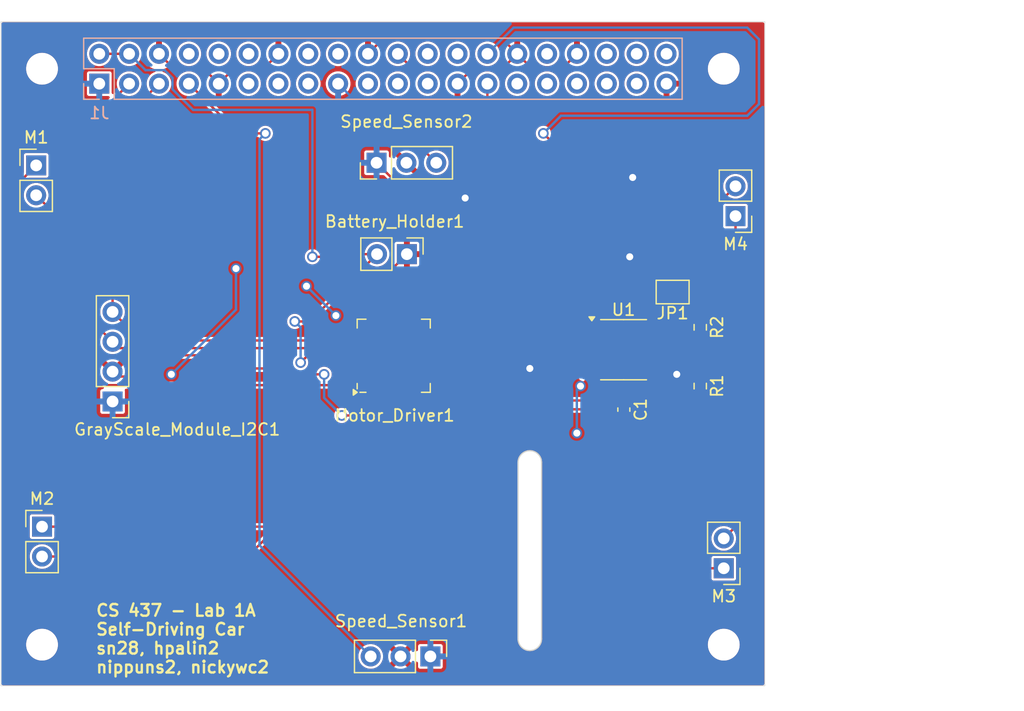
<source format=kicad_pcb>
(kicad_pcb (version 20241229) (generator "pcbnew") (generator_version "9.0")
  (title_block (date "15 nov 2012"))
  (layers (0 "F.Cu" signal) (2 "B.Cu" signal) (13 "F.Paste" user) (15 "B.Paste" user) (5 "F.SilkS" user "F.Silkscreen") (7 "B.SilkS" user "B.Silkscreen") (1 "F.Mask" user) (3 "B.Mask" user) (25 "Edge.Cuts" user))
  (net 0 "")
  (net 1 "GND")
  (net 2 "/GPIO2{slash}SDA1")
  (net 3 "/GPIO3{slash}SCL1")
  (net 4 "/GPIO4{slash}GPCLK0")
  (net 5 "/GPIO14{slash}TXD0")
  (net 6 "/GPIO15{slash}RXD0")
  (net 7 "/GPIO17")
  (net 8 "/GPIO18{slash}PCM.CLK")
  (net 9 "/GPIO27")
  (net 10 "/GPIO22")
  (net 11 "/GPIO23")
  (net 12 "/GPIO24")
  (net 13 "/GPIO10{slash}SPI0.MOSI")
  (net 14 "/GPIO9{slash}SPI0.MISO")
  (net 15 "/GPIO25")
  (net 16 "/GPIO11{slash}SPI0.SCLK")
  (net 17 "/GPIO8{slash}SPI0.CE0")
  (net 18 "/GPIO7{slash}SPI0.CE1")
  (net 19 "/ID_SDA")
  (net 20 "/ID_SCL")
  (net 21 "/GPIO5")
  (net 22 "/GPIO6")
  (net 23 "/GPIO12{slash}PWM0")
  (net 24 "/GPIO13{slash}PWM1")
  (net 25 "/GPIO19{slash}PCM.FS")
  (net 26 "/GPIO16")
  (net 27 "/GPIO26")
  (net 28 "/GPIO20{slash}PCM.DIN")
  (net 29 "/GPIO21{slash}PCM.DOUT")
  (net 30 "+5V")
  (net 31 "+3V3")
  (net 32 "Net-(JP1-A)")
  (net 33 "Net-(M1--)")
  (net 34 "Net-(M1-+)")
  (net 35 "Net-(M2-+)")
  (net 36 "Net-(M2--)")
  (net 37 "Net-(M3-+)")
  (net 38 "Net-(M3--)")
  (net 39 "Net-(M4--)")
  (net 40 "Net-(M4-+)")
  (footprint "MountingHole:MountingHole_2.7mm_M2.5" (layer "F.Cu") (at 161.5 47.5)
    (property "Reference" "MH2" (hide yes))
    (property "Value" "MountingHole_2.7mm_M2.5" (hide yes))
    (pad "" np_thru_hole circle (at 0 0) (size 2.7 2.7) (drill 2.7) (layers "*.Cu" "*.Mask"))
  )
  (footprint "Resistor_SMD:R_0603_1608Metric" (layer "F.Cu") (at 159.5 69.5 -90)
    (property "Reference" "R2" (at 0 -1.43 90) (layer "F.SilkS"))
    (property "Value" "3.9k")
    (fp_line (start -0.237258 0.5225) (end 0.237258 0.5225) (stroke (width 0.12)) (layer "F.SilkS"))
    (fp_line (start -0.237258 -0.5225) (end 0.237258 -0.5225) (stroke (width 0.12)) (layer "F.SilkS"))
    (pad "1" smd roundrect (at -0.825 0 270) (size 0.8 0.95) (layers "F.Cu" "F.Mask" "F.Paste") (net 31 "+3V3"))
    (pad "2" smd roundrect (at 0.825 0 270) (size 0.8 0.95) (layers "F.Cu" "F.Mask" "F.Paste") (net 20 "/ID_SCL"))
  )
  (footprint "Resistor_SMD:R_0603_1608Metric" (layer "F.Cu") (at 159.5 74.5 -90)
    (property "Reference" "R1" (at 0 -1.43 90) (layer "F.SilkS"))
    (property "Value" "3.9k")
    (fp_line (start -0.237258 0.5225) (end 0.237258 0.5225) (stroke (width 0.12)) (layer "F.SilkS"))
    (fp_line (start -0.237258 -0.5225) (end 0.237258 -0.5225) (stroke (width 0.12)) (layer "F.SilkS"))
    (pad "1" smd roundrect (at -0.825 0 270) (size 0.8 0.95) (layers "F.Cu" "F.Mask" "F.Paste") (net 31 "+3V3"))
    (pad "2" smd roundrect (at 0.825 0 270) (size 0.8 0.95) (layers "F.Cu" "F.Mask" "F.Paste") (net 19 "/ID_SDA"))
  )
  (footprint "Connector_PinHeader_2.54mm:PinHeader_1x02_P2.54mm_Vertical" (layer "F.Cu") (at 161.5 90 180)
    (property "Reference" "M3" (at 0 -2.38 0) (layer "F.SilkS"))
    (property "Value" "Motor_DC")
    (fp_line (start 1.38 1.27) (end 1.38 3.92) (stroke (width 0.12)) (layer "F.SilkS"))
    (fp_line (start -1.38 3.92) (end 1.38 3.92) (stroke (width 0.12)) (layer "F.SilkS"))
    (fp_line (start -1.38 1.27) (end 1.38 1.27) (stroke (width 0.12)) (layer "F.SilkS"))
    (fp_line (start -1.38 1.27) (end -1.38 3.92) (stroke (width 0.12)) (layer "F.SilkS"))
    (fp_line (start -1.38 0) (end -1.38 -1.38) (stroke (width 0.12)) (layer "F.SilkS"))
    (fp_line (start -1.38 -1.38) (end 0 -1.38) (stroke (width 0.12)) (layer "F.SilkS"))
    (pad "1" thru_hole rect (at 0 0 180) (size 1.7 1.7) (drill 1) (layers "*.Cu" "*.Mask") (net 37 "Net-(M3-+)"))
    (pad "2" thru_hole circle (at 0 2.54 180) (size 1.7 1.7) (drill 1) (layers "*.Cu" "*.Mask") (net 38 "Net-(M3--)"))
  )
  (footprint "Capacitor_SMD:C_0603_1608Metric" (layer "F.Cu") (at 153 76.5 -90)
    (property "Reference" "C1" (at 0 -1.43 90) (layer "F.SilkS"))
    (property "Value" "100n")
    (fp_line (start -0.14058 0.51) (end 0.14058 0.51) (stroke (width 0.12)) (layer "F.SilkS"))
    (fp_line (start -0.14058 -0.51) (end 0.14058 -0.51) (stroke (width 0.12)) (layer "F.SilkS"))
    (pad "1" smd roundrect (at -0.775 0 270) (size 0.9 0.95) (layers "F.Cu" "F.Mask" "F.Paste") (net 31 "+3V3"))
    (pad "2" smd roundrect (at 0.775 0 270) (size 0.9 0.95) (layers "F.Cu" "F.Mask" "F.Paste") (net 1 "GND"))
  )
  (footprint "Connector_PinHeader_2.54mm:PinHeader_1x03_P2.54mm_Vertical" (layer "F.Cu") (at 136.54 97.5 -90)
    (property "Reference" "Speed_Sensor1" (at -3 2.5 0) (layer "F.SilkS"))
    (property "Value" "Conn_01x03")
    (fp_line (start -1.38 6.46) (end 1.38 6.46) (stroke (width 0.12)) (layer "F.SilkS"))
    (fp_line (start -1.38 1.27) (end -1.38 6.46) (stroke (width 0.12)) (layer "F.SilkS"))
    (fp_line (start -1.38 1.27) (end 1.38 1.27) (stroke (width 0.12)) (layer "F.SilkS"))
    (fp_line (start 1.38 1.27) (end 1.38 6.46) (stroke (width 0.12)) (layer "F.SilkS"))
    (fp_line (start -1.38 0) (end -1.38 -1.38) (stroke (width 0.12)) (layer "F.SilkS"))
    (fp_line (start -1.38 -1.38) (end 0 -1.38) (stroke (width 0.12)) (layer "F.SilkS"))
    (pad "1" thru_hole rect (at 0 0 270) (size 1.7 1.7) (drill 1) (layers "*.Cu" "*.Mask") (net 31 "+3V3"))
    (pad "2" thru_hole circle (at 0 2.54 270) (size 1.7 1.7) (drill 1) (layers "*.Cu" "*.Mask") (net 1 "GND"))
    (pad "3" thru_hole circle (at 0 5.08 270) (size 1.7 1.7) (drill 1) (layers "*.Cu" "*.Mask") (net 4 "/GPIO4{slash}GPCLK0"))
  )
  (footprint "Connector_PinHeader_2.54mm:PinHeader_1x03_P2.54mm_Vertical" (layer "F.Cu") (at 131.96 55.5 90)
    (property "Reference" "Speed_Sensor2" (at 3.5 2.54 0) (layer "F.SilkS"))
    (property "Value" "Conn_01x03")
    (fp_line (start -1.38 -1.38) (end 0 -1.38) (stroke (width 0.12)) (layer "F.SilkS"))
    (fp_line (start -1.38 0) (end -1.38 -1.38) (stroke (width 0.12)) (layer "F.SilkS"))
    (fp_line (start 1.38 1.27) (end 1.38 6.46) (stroke (width 0.12)) (layer "F.SilkS"))
    (fp_line (start -1.38 1.27) (end 1.38 1.27) (stroke (width 0.12)) (layer "F.SilkS"))
    (fp_line (start -1.38 1.27) (end -1.38 6.46) (stroke (width 0.12)) (layer "F.SilkS"))
    (fp_line (start -1.38 6.46) (end 1.38 6.46) (stroke (width 0.12)) (layer "F.SilkS"))
    (pad "1" thru_hole rect (at 0 0 90) (size 1.7 1.7) (drill 1) (layers "*.Cu" "*.Mask") (net 31 "+3V3"))
    (pad "2" thru_hole circle (at 0 2.54 90) (size 1.7 1.7) (drill 1) (layers "*.Cu" "*.Mask") (net 1 "GND"))
    (pad "3" thru_hole circle (at 0 5.08 90) (size 1.7 1.7) (drill 1) (layers "*.Cu" "*.Mask") (net 15 "/GPIO25"))
  )
  (footprint "Package_DFN_QFN:QFN-28-1EP_6x6mm_P0.65mm_EP4.25x4.25mm" (layer "F.Cu") (at 133.42 71.92 90)
    (property "Reference" "Motor_Driver1" (at -5.08 0.08 180) (layer "F.SilkS"))
    (property "Value" "PCA9685BS")
    (fp_line (start 3.11 -3.11) (end 3.11 -2.36) (stroke (width 0.12)) (layer "F.SilkS"))
    (fp_line (start 2.36 -3.11) (end 3.11 -3.11) (stroke (width 0.12)) (layer "F.SilkS"))
    (fp_line (start -2.36 -3.11) (end -2.81 -3.11) (stroke (width 0.12)) (layer "F.SilkS"))
    (fp_line (start -3.11 -2.36) (end -3.11 -2.87) (stroke (width 0.12)) (layer "F.SilkS"))
    (fp_line (start 3.11 3.11) (end 3.11 2.36) (stroke (width 0.12)) (layer "F.SilkS"))
    (fp_line (start 2.36 3.11) (end 3.11 3.11) (stroke (width 0.12)) (layer "F.SilkS"))
    (fp_line (start -2.36 3.11) (end -3.11 3.11) (stroke (width 0.12)) (layer "F.SilkS"))
    (fp_line (start -3.11 3.11) (end -3.11 2.36) (stroke (width 0.12)) (layer "F.SilkS"))
    (fp_poly (pts (xy -3.11 -3.11) (xy -3.35 -3.44) (xy -2.87 -3.44)) (stroke (width 0.12)) (fill yes) (layer "F.SilkS"))
    (pad "1" smd roundrect (at -2.8375 -1.95 90) (size 1.025 0.3) (layers "F.Cu" "F.Mask" "F.Paste") (net 1 "GND"))
    (pad "2" smd roundrect (at -2.8375 -1.3 90) (size 1.025 0.3) (layers "F.Cu" "F.Mask" "F.Paste") (net 1 "GND"))
    (pad "3" smd roundrect (at -2.8375 -0.65 90) (size 1.025 0.3) (layers "F.Cu" "F.Mask" "F.Paste") (net 34 "Net-(M1-+)"))
    (pad "4" smd roundrect (at -2.8375 0 90) (size 1.025 0.3) (layers "F.Cu" "F.Mask" "F.Paste") (net 33 "Net-(M1--)"))
    (pad "5" smd roundrect (at -2.8375 0.65 90) (size 1.025 0.3) (layers "F.Cu" "F.Mask" "F.Paste") (net 35 "Net-(M2-+)"))
    (pad "6" smd roundrect (at -2.8375 1.3 90) (size 1.025 0.3) (layers "F.Cu" "F.Mask" "F.Paste") (net 36 "Net-(M2--)"))
    (pad "7" smd roundrect (at -2.8375 1.95 90) (size 1.025 0.3) (layers "F.Cu" "F.Mask" "F.Paste") (net 37 "Net-(M3-+)"))
    (pad "8" smd roundrect (at -1.95 2.8375 90) (size 0.3 1.025) (layers "F.Cu" "F.Mask" "F.Paste") (net 38 "Net-(M3--)"))
    (pad "9" smd roundrect (at -1.3 2.8375 90) (size 0.3 1.025) (layers "F.Cu" "F.Mask" "F.Paste") (net 40 "Net-(M4-+)"))
    (pad "10" smd roundrect (at -0.65 2.8375 90) (size 0.3 1.025) (layers "F.Cu" "F.Mask" "F.Paste") (net 39 "Net-(M4--)"))
    (pad "11" smd roundrect (at 0 2.8375 90) (size 0.3 1.025) (layers "F.Cu" "F.Mask" "F.Paste") (net 1 "GND"))
    (pad "12" smd roundrect (at 0.65 2.8375 90) (size 0.3 1.025) (layers "F.Cu" "F.Mask" "F.Paste"))
    (pad "13" smd roundrect (at 1.3 2.8375 90) (size 0.3 1.025) (layers "F.Cu" "F.Mask" "F.Paste"))
    (pad "14" smd roundrect (at 1.95 2.8375 90) (size 0.3 1.025) (layers "F.Cu" "F.Mask" "F.Paste"))
    (pad "15" smd roundrect (at 2.8375 1.95 90) (size 1.025 0.3) (layers "F.Cu" "F.Mask" "F.Paste"))
    (pad "16" smd roundrect (at 2.8375 1.3 90) (size 1.025 0.3) (layers "F.Cu" "F.Mask" "F.Paste"))
    (pad "17" smd roundrect (at 2.8375 0.65 90) (size 1.025 0.3) (layers "F.Cu" "F.Mask" "F.Paste"))
    (pad "18" smd roundrect (at 2.8375 0 90) (size 1.025 0.3) (layers "F.Cu" "F.Mask" "F.Paste"))
    (pad "19" smd roundrect (at 2.8375 -0.65 90) (size 1.025 0.3) (layers "F.Cu" "F.Mask" "F.Paste"))
    (pad "20" smd roundrect (at 2.8375 -1.3 90) (size 1.025 0.3) (layers "F.Cu" "F.Mask" "F.Paste") (net 1 "GND"))
    (pad "21" smd roundrect (at 2.8375 -1.95 90) (size 1.025 0.3) (layers "F.Cu" "F.Mask" "F.Paste") (net 1 "GND"))
    (pad "22" smd roundrect (at 1.95 -2.8375 90) (size 0.3 1.025) (layers "F.Cu" "F.Mask" "F.Paste"))
    (pad "23" smd roundrect (at 1.3 -2.8375 90) (size 0.3 1.025) (layers "F.Cu" "F.Mask" "F.Paste") (net 3 "/GPIO3{slash}SCL1"))
    (pad "24" smd roundrect (at 0.65 -2.8375 90) (size 0.3 1.025) (layers "F.Cu" "F.Mask" "F.Paste") (net 2 "/GPIO2{slash}SDA1"))
    (pad "25" smd roundrect (at 0 -2.8375 90) (size 0.3 1.025) (layers "F.Cu" "F.Mask" "F.Paste") (net 30 "+5V"))
    (pad "26" smd roundrect (at -0.65 -2.8375 90) (size 0.3 1.025) (layers "F.Cu" "F.Mask" "F.Paste") (net 1 "GND"))
    (pad "27" smd roundrect (at -1.3 -2.8375 90) (size 0.3 1.025) (layers "F.Cu" "F.Mask" "F.Paste") (net 1 "GND"))
    (pad "28" smd roundrect (at -1.95 -2.8375 90) (size 0.3 1.025) (layers "F.Cu" "F.Mask" "F.Paste") (net 1 "GND"))
    (pad "29" smd rect (at 0 0 90) (size 4.25 4.25) (property pad_prop_heatsink) (layers "F.Cu" "F.Mask") (net 1 "GND"))
  )
  (footprint "Connector_PinHeader_2.54mm:PinHeader_1x02_P2.54mm_Vertical" (layer "F.Cu") (at 134.54 63.275 -90)
    (property "Reference" "Battery_Holder1" (at -2.775 1.04 0) (layer "F.SilkS"))
    (property "Value" "Conn_01x02")
    (fp_line (start -1.38 3.92) (end 1.38 3.92) (stroke (width 0.12)) (layer "F.SilkS"))
    (fp_line (start -1.38 1.27) (end -1.38 3.92) (stroke (width 0.12)) (layer "F.SilkS"))
    (fp_line (start -1.38 1.27) (end 1.38 1.27) (stroke (width 0.12)) (layer "F.SilkS"))
    (fp_line (start 1.38 1.27) (end 1.38 3.92) (stroke (width 0.12)) (layer "F.SilkS"))
    (fp_line (start -1.38 0) (end -1.38 -1.38) (stroke (width 0.12)) (layer "F.SilkS"))
    (fp_line (start -1.38 -1.38) (end 0 -1.38) (stroke (width 0.12)) (layer "F.SilkS"))
    (pad "1" thru_hole rect (at 0 0 270) (size 1.7 1.7) (drill 1) (layers "*.Cu" "*.Mask") (net 1 "GND"))
    (pad "2" thru_hole circle (at 0 2.54 270) (size 1.7 1.7) (drill 1) (layers "*.Cu" "*.Mask") (net 30 "+5V"))
  )
  (footprint "MountingHole:MountingHole_2.7mm_M2.5" (layer "F.Cu") (at 103.5 96.5)
    (property "Reference" "MH3" (hide yes))
    (property "Value" "MountingHole_2.7mm_M2.5" (hide yes))
    (pad "" np_thru_hole circle (at 0 0) (size 2.7 2.7) (drill 2.7) (layers "*.Cu" "*.Mask"))
  )
  (footprint "Connector_PinHeader_2.54mm:PinHeader_1x04_P2.54mm_Vertical" (layer "F.Cu") (at 109.5 75.81 180)
    (property "Reference" "GrayScale_Module_I2C1" (at -5.5 -2.38 0) (layer "F.SilkS"))
    (property "Value" "Conn_01x04")
    (fp_line (start 1.38 1.27) (end 1.38 9) (stroke (width 0.12)) (layer "F.SilkS"))
    (fp_line (start -1.38 9) (end 1.38 9) (stroke (width 0.12)) (layer "F.SilkS"))
    (fp_line (start -1.38 1.27) (end 1.38 1.27) (stroke (width 0.12)) (layer "F.SilkS"))
    (fp_line (start -1.38 1.27) (end -1.38 9) (stroke (width 0.12)) (layer "F.SilkS"))
    (fp_line (start -1.38 0) (end -1.38 -1.38) (stroke (width 0.12)) (layer "F.SilkS"))
    (fp_line (start -1.38 -1.38) (end 0 -1.38) (stroke (width 0.12)) (layer "F.SilkS"))
    (pad "1" thru_hole rect (at 0 0 180) (size 1.7 1.7) (drill 1) (layers "*.Cu" "*.Mask") (net 31 "+3V3"))
    (pad "2" thru_hole circle (at 0 2.54 180) (size 1.7 1.7) (drill 1) (layers "*.Cu" "*.Mask") (net 1 "GND"))
    (pad "3" thru_hole circle (at 0 5.08 180) (size 1.7 1.7) (drill 1) (layers "*.Cu" "*.Mask") (net 2 "/GPIO2{slash}SDA1"))
    (pad "4" thru_hole circle (at 0 7.62 180) (size 1.7 1.7) (drill 1) (layers "*.Cu" "*.Mask") (net 3 "/GPIO3{slash}SCL1"))
  )
  (footprint "MountingHole:MountingHole_2.7mm_M2.5" (layer "F.Cu") (at 103.5 47.5)
    (property "Reference" "MH1" (hide yes))
    (property "Value" "MountingHole_2.7mm_M2.5" (hide yes))
    (pad "" np_thru_hole circle (at 0 0) (size 2.7 2.7) (drill 2.7) (layers "*.Cu" "*.Mask"))
  )
  (footprint "Connector_PinHeader_2.54mm:PinHeader_1x02_P2.54mm_Vertical" (layer "F.Cu") (at 103.5 86.46)
    (property "Reference" "M2" (at 0 -2.38 0) (layer "F.SilkS"))
    (property "Value" "Motor_DC")
    (fp_line (start -1.38 -1.38) (end 0 -1.38) (stroke (width 0.12)) (layer "F.SilkS"))
    (fp_line (start -1.38 0) (end -1.38 -1.38) (stroke (width 0.12)) (layer "F.SilkS"))
    (fp_line (start -1.38 1.27) (end -1.38 3.92) (stroke (width 0.12)) (layer "F.SilkS"))
    (fp_line (start -1.38 1.27) (end 1.38 1.27) (stroke (width 0.12)) (layer "F.SilkS"))
    (fp_line (start -1.38 3.92) (end 1.38 3.92) (stroke (width 0.12)) (layer "F.SilkS"))
    (fp_line (start 1.38 1.27) (end 1.38 3.92) (stroke (width 0.12)) (layer "F.SilkS"))
    (pad "1" thru_hole rect (at 0 0) (size 1.7 1.7) (drill 1) (layers "*.Cu" "*.Mask") (net 35 "Net-(M2-+)"))
    (pad "2" thru_hole circle (at 0 2.54) (size 1.7 1.7) (drill 1) (layers "*.Cu" "*.Mask") (net 36 "Net-(M2--)"))
  )
  (footprint "MountingHole:MountingHole_2.7mm_M2.5" (layer "F.Cu") (at 161.5 96.5)
    (property "Reference" "MH4" (hide yes))
    (property "Value" "MountingHole_2.7mm_M2.5" (hide yes))
    (pad "" np_thru_hole circle (at 0 0) (size 2.7 2.7) (drill 2.7) (layers "*.Cu" "*.Mask"))
  )
  (footprint "Jumper:SolderJumper-2_P1.3mm_Open_Pad1.0x1.5mm" (layer "F.Cu") (at 157.15 66.5 180)
    (property "Reference" "JP1" (at 0 -1.8 0) (layer "F.SilkS"))
    (property "Value" "ID_WP")
    (fp_line (start 1.4 1) (end -1.4 1) (stroke (width 0.12)) (layer "F.SilkS"))
    (fp_line (start 1.4 -1) (end 1.4 1) (stroke (width 0.12)) (layer "F.SilkS"))
    (fp_line (start -1.4 1) (end -1.4 -1) (stroke (width 0.12)) (layer "F.SilkS"))
    (fp_line (start -1.4 -1) (end 1.4 -1) (stroke (width 0.12)) (layer "F.SilkS"))
    (pad "1" smd rect (at -0.65 0 180) (size 1 1.5) (layers "F.Cu" "F.Mask") (net 32 "Net-(JP1-A)"))
    (pad "2" smd rect (at 0.65 0 180) (size 1 1.5) (layers "F.Cu" "F.Mask") (net 31 "+3V3"))
  )
  (footprint "Package_SO:SOIC-8_3.9x4.9mm_P1.27mm" (layer "F.Cu") (at 152.975 71.405)
    (property "Reference" "U1" (at 0 -3.4 0) (layer "F.SilkS"))
    (property "Value" "CAT24C256")
    (fp_line (start 0 -2.56) (end -1.95 -2.56) (stroke (width 0.12)) (layer "F.SilkS"))
    (fp_line (start 0 -2.56) (end 1.95 -2.56) (stroke (width 0.12)) (layer "F.SilkS"))
    (fp_line (start 0 2.56) (end -1.95 2.56) (stroke (width 0.12)) (layer "F.SilkS"))
    (fp_line (start 0 2.56) (end 1.95 2.56) (stroke (width 0.12)) (layer "F.SilkS"))
    (fp_poly (pts (xy -2.7 -2.465) (xy -2.94 -2.795) (xy -2.46 -2.795)) (stroke (width 0.12)) (fill yes) (layer "F.SilkS"))
    (pad "1" smd roundrect (at -2.475 -1.905) (size 1.95 0.6) (layers "F.Cu" "F.Mask" "F.Paste"))
    (pad "2" smd roundrect (at -2.475 -0.635) (size 1.95 0.6) (layers "F.Cu" "F.Mask" "F.Paste"))
    (pad "3" smd roundrect (at -2.475 0.635) (size 1.95 0.6) (layers "F.Cu" "F.Mask" "F.Paste"))
    (pad "4" smd roundrect (at -2.475 1.905) (size 1.95 0.6) (layers "F.Cu" "F.Mask" "F.Paste") (net 1 "GND"))
    (pad "5" smd roundrect (at 2.475 1.905) (size 1.95 0.6) (layers "F.Cu" "F.Mask" "F.Paste") (net 19 "/ID_SDA"))
    (pad "6" smd roundrect (at 2.475 0.635) (size 1.95 0.6) (layers "F.Cu" "F.Mask" "F.Paste") (net 20 "/ID_SCL"))
    (pad "7" smd roundrect (at 2.475 -0.635) (size 1.95 0.6) (layers "F.Cu" "F.Mask" "F.Paste") (net 32 "Net-(JP1-A)"))
    (pad "8" smd roundrect (at 2.475 -1.905) (size 1.95 0.6) (layers "F.Cu" "F.Mask" "F.Paste") (net 31 "+3V3"))
  )
  (footprint "Connector_PinHeader_2.54mm:PinHeader_1x02_P2.54mm_Vertical" (layer "F.Cu") (at 103 55.725)
    (property "Reference" "M1" (at 0 -2.38 0) (layer "F.SilkS"))
    (property "Value" "Motor_DC")
    (fp_line (start -1.38 -1.38) (end 0 -1.38) (stroke (width 0.12)) (layer "F.SilkS"))
    (fp_line (start -1.38 0) (end -1.38 -1.38) (stroke (width 0.12)) (layer "F.SilkS"))
    (fp_line (start -1.38 1.27) (end -1.38 3.92) (stroke (width 0.12)) (layer "F.SilkS"))
    (fp_line (start -1.38 1.27) (end 1.38 1.27) (stroke (width 0.12)) (layer "F.SilkS"))
    (fp_line (start -1.38 3.92) (end 1.38 3.92) (stroke (width 0.12)) (layer "F.SilkS"))
    (fp_line (start 1.38 1.27) (end 1.38 3.92) (stroke (width 0.12)) (layer "F.SilkS"))
    (pad "1" thru_hole rect (at 0 0) (size 1.7 1.7) (drill 1) (layers "*.Cu" "*.Mask") (net 34 "Net-(M1-+)"))
    (pad "2" thru_hole circle (at 0 2.54) (size 1.7 1.7) (drill 1) (layers "*.Cu" "*.Mask") (net 33 "Net-(M1--)"))
  )
  (footprint "Connector_PinHeader_2.54mm:PinHeader_1x02_P2.54mm_Vertical" (layer "F.Cu") (at 162.5 60.04 180)
    (property "Reference" "M4" (at 0 -2.38 0) (layer "F.SilkS"))
    (property "Value" "Motor_DC")
    (fp_line (start 1.38 1.27) (end 1.38 3.92) (stroke (width 0.12)) (layer "F.SilkS"))
    (fp_line (start -1.38 3.92) (end 1.38 3.92) (stroke (width 0.12)) (layer "F.SilkS"))
    (fp_line (start -1.38 1.27) (end 1.38 1.27) (stroke (width 0.12)) (layer "F.SilkS"))
    (fp_line (start -1.38 1.27) (end -1.38 3.92) (stroke (width 0.12)) (layer "F.SilkS"))
    (fp_line (start -1.38 0) (end -1.38 -1.38) (stroke (width 0.12)) (layer "F.SilkS"))
    (fp_line (start -1.38 -1.38) (end 0 -1.38) (stroke (width 0.12)) (layer "F.SilkS"))
    (pad "1" thru_hole rect (at 0 0 180) (size 1.7 1.7) (drill 1) (layers "*.Cu" "*.Mask") (net 40 "Net-(M4-+)"))
    (pad "2" thru_hole circle (at 0 2.54 180) (size 1.7 1.7) (drill 1) (layers "*.Cu" "*.Mask") (net 39 "Net-(M4--)"))
  )
  (footprint "Connector_PinSocket_2.54mm:PinSocket_2x20_P2.54mm_Vertical" (layer "B.Cu") (at 108.37 48.77 -90)
    (property "Reference" "J1" (at 2.5 0 0) (layer "B.SilkS") (effects (justify mirror)))
    (property "Value" "GPIO")
    (fp_line (start -3.87 1.33) (end -1.27 1.33) (stroke (width 0.12)) (layer "B.SilkS"))
    (fp_line (start -3.87 1.33) (end -3.87 -49.59) (stroke (width 0.12)) (layer "B.SilkS"))
    (fp_line (start -1.27 1.33) (end -1.27 -1.27) (stroke (width 0.12)) (layer "B.SilkS"))
    (fp_line (start 0 1.33) (end 1.33 1.33) (stroke (width 0.12)) (layer "B.SilkS"))
    (fp_line (start 1.33 1.33) (end 1.33 0) (stroke (width 0.12)) (layer "B.SilkS"))
    (fp_line (start -1.27 -1.27) (end 1.33 -1.27) (stroke (width 0.12)) (layer "B.SilkS"))
    (fp_line (start 1.33 -1.27) (end 1.33 -49.59) (stroke (width 0.12)) (layer "B.SilkS"))
    (fp_line (start -3.87 -49.59) (end 1.33 -49.59) (stroke (width 0.12)) (layer "B.SilkS"))
    (pad "1" thru_hole rect (at 0 0 270) (size 1.7 1.7) (drill 1) (layers "*.Cu" "*.Mask") (net 31 "+3V3"))
    (pad "2" thru_hole oval (at -2.54 0 270) (size 1.7 1.7) (drill 1) (layers "*.Cu" "*.Mask") (net 30 "+5V"))
    (pad "3" thru_hole oval (at 0 -2.54 270) (size 1.7 1.7) (drill 1) (layers "*.Cu" "*.Mask") (net 2 "/GPIO2{slash}SDA1"))
    (pad "4" thru_hole oval (at -2.54 -2.54 270) (size 1.7 1.7) (drill 1) (layers "*.Cu" "*.Mask") (net 30 "+5V"))
    (pad "5" thru_hole oval (at 0 -5.08 270) (size 1.7 1.7) (drill 1) (layers "*.Cu" "*.Mask") (net 3 "/GPIO3{slash}SCL1"))
    (pad "6" thru_hole oval (at -2.54 -5.08 270) (size 1.7 1.7) (drill 1) (layers "*.Cu" "*.Mask") (net 1 "GND"))
    (pad "7" thru_hole oval (at 0 -7.62 270) (size 1.7 1.7) (drill 1) (layers "*.Cu" "*.Mask") (net 4 "/GPIO4{slash}GPCLK0"))
    (pad "8" thru_hole oval (at -2.54 -7.62 270) (size 1.7 1.7) (drill 1) (layers "*.Cu" "*.Mask") (net 5 "/GPIO14{slash}TXD0"))
    (pad "9" thru_hole oval (at 0 -10.16 270) (size 1.7 1.7) (drill 1) (layers "*.Cu" "*.Mask") (net 1 "GND"))
    (pad "10" thru_hole oval (at -2.54 -10.16 270) (size 1.7 1.7) (drill 1) (layers "*.Cu" "*.Mask") (net 6 "/GPIO15{slash}RXD0"))
    (pad "11" thru_hole oval (at 0 -12.7 270) (size 1.7 1.7) (drill 1) (layers "*.Cu" "*.Mask") (net 7 "/GPIO17"))
    (pad "12" thru_hole oval (at -2.54 -12.7 270) (size 1.7 1.7) (drill 1) (layers "*.Cu" "*.Mask") (net 8 "/GPIO18{slash}PCM.CLK"))
    (pad "13" thru_hole oval (at 0 -15.24 270) (size 1.7 1.7) (drill 1) (layers "*.Cu" "*.Mask") (net 9 "/GPIO27"))
    (pad "14" thru_hole oval (at -2.54 -15.24 270) (size 1.7 1.7) (drill 1) (layers "*.Cu" "*.Mask") (net 1 "GND"))
    (pad "15" thru_hole oval (at 0 -17.78 270) (size 1.7 1.7) (drill 1) (layers "*.Cu" "*.Mask") (net 10 "/GPIO22"))
    (pad "16" thru_hole oval (at -2.54 -17.78 270) (size 1.7 1.7) (drill 1) (layers "*.Cu" "*.Mask") (net 11 "/GPIO23"))
    (pad "17" thru_hole oval (at 0 -20.32 270) (size 1.7 1.7) (drill 1) (layers "*.Cu" "*.Mask") (net 31 "+3V3"))
    (pad "18" thru_hole oval (at -2.54 -20.32 270) (size 1.7 1.7) (drill 1) (layers "*.Cu" "*.Mask") (net 12 "/GPIO24"))
    (pad "19" thru_hole oval (at 0 -22.86 270) (size 1.7 1.7) (drill 1) (layers "*.Cu" "*.Mask") (net 13 "/GPIO10{slash}SPI0.MOSI"))
    (pad "20" thru_hole oval (at -2.54 -22.86 270) (size 1.7 1.7) (drill 1) (layers "*.Cu" "*.Mask") (net 1 "GND"))
    (pad "21" thru_hole oval (at 0 -25.4 270) (size 1.7 1.7) (drill 1) (layers "*.Cu" "*.Mask") (net 14 "/GPIO9{slash}SPI0.MISO"))
    (pad "22" thru_hole oval (at -2.54 -25.4 270) (size 1.7 1.7) (drill 1) (layers "*.Cu" "*.Mask") (net 15 "/GPIO25"))
    (pad "23" thru_hole oval (at 0 -27.94 270) (size 1.7 1.7) (drill 1) (layers "*.Cu" "*.Mask") (net 16 "/GPIO11{slash}SPI0.SCLK"))
    (pad "24" thru_hole oval (at -2.54 -27.94 270) (size 1.7 1.7) (drill 1) (layers "*.Cu" "*.Mask") (net 17 "/GPIO8{slash}SPI0.CE0"))
    (pad "25" thru_hole oval (at 0 -30.48 270) (size 1.7 1.7) (drill 1) (layers "*.Cu" "*.Mask") (net 1 "GND"))
    (pad "26" thru_hole oval (at -2.54 -30.48 270) (size 1.7 1.7) (drill 1) (layers "*.Cu" "*.Mask") (net 18 "/GPIO7{slash}SPI0.CE1"))
    (pad "27" thru_hole oval (at 0 -33.02 270) (size 1.7 1.7) (drill 1) (layers "*.Cu" "*.Mask") (net 19 "/ID_SDA"))
    (pad "28" thru_hole oval (at -2.54 -33.02 270) (size 1.7 1.7) (drill 1) (layers "*.Cu" "*.Mask") (net 20 "/ID_SCL"))
    (pad "29" thru_hole oval (at 0 -35.56 270) (size 1.7 1.7) (drill 1) (layers "*.Cu" "*.Mask") (net 21 "/GPIO5"))
    (pad "30" thru_hole oval (at -2.54 -35.56 270) (size 1.7 1.7) (drill 1) (layers "*.Cu" "*.Mask") (net 1 "GND"))
    (pad "31" thru_hole oval (at 0 -38.1 270) (size 1.7 1.7) (drill 1) (layers "*.Cu" "*.Mask") (net 22 "/GPIO6"))
    (pad "32" thru_hole oval (at -2.54 -38.1 270) (size 1.7 1.7) (drill 1) (layers "*.Cu" "*.Mask") (net 23 "/GPIO12{slash}PWM0"))
    (pad "33" thru_hole oval (at 0 -40.64 270) (size 1.7 1.7) (drill 1) (layers "*.Cu" "*.Mask") (net 24 "/GPIO13{slash}PWM1"))
    (pad "34" thru_hole oval (at -2.54 -40.64 270) (size 1.7 1.7) (drill 1) (layers "*.Cu" "*.Mask") (net 1 "GND"))
    (pad "35" thru_hole oval (at 0 -43.18 270) (size 1.7 1.7) (drill 1) (layers "*.Cu" "*.Mask") (net 25 "/GPIO19{slash}PCM.FS"))
    (pad "36" thru_hole oval (at -2.54 -43.18 270) (size 1.7 1.7) (drill 1) (layers "*.Cu" "*.Mask") (net 26 "/GPIO16"))
    (pad "37" thru_hole oval (at 0 -45.72 270) (size 1.7 1.7) (drill 1) (layers "*.Cu" "*.Mask") (net 27 "/GPIO26"))
    (pad "38" thru_hole oval (at -2.54 -45.72 270) (size 1.7 1.7) (drill 1) (layers "*.Cu" "*.Mask") (net 28 "/GPIO20{slash}PCM.DIN"))
    (pad "39" thru_hole oval (at 0 -48.26 270) (size 1.7 1.7) (drill 1) (layers "*.Cu" "*.Mask") (net 1 "GND"))
    (pad "40" thru_hole oval (at -2.54 -48.26 270) (size 1.7 1.7) (drill 1) (layers "*.Cu" "*.Mask") (net 29 "/GPIO21{slash}PCM.DOUT"))
  )
  (gr_rect (start 100 43.5) (end 165 100) (stroke (width 0.05)) (fill no) (layer "Edge.Cuts"))
  (gr_line (start 146 81) (end 146 96) (stroke (width 0.1)) (layer "Edge.Cuts"))
  (gr_line (start 144 96) (end 144 81) (stroke (width 0.1)) (layer "Edge.Cuts"))
  (gr_arc (start 144 81) (mid 145 80) (end 146 81) (stroke (width 0.1)) (layer "Edge.Cuts"))
  (gr_arc (start 146 96) (mid 145 97) (end 144 96) (stroke (width 0.1)) (layer "Edge.Cuts"))
  (gr_text "CS 437 - Lab 1A\nSelf-Driving Car\nsn28, hpalin2\nnippuns2, nickywc2" (at 108 99 0) (layer "F.SilkS") (effects (font (size 1 1) (thickness 0.2) (bold yes)) (justify left bottom)))
  (segment (start 132.12 74.7575) (end 131.47 74.7575) (width 0.2) (layer "F.Cu") (net 1))
  (segment (start 150.5 73.31) (end 149.31 74.5) (width 0.2) (layer "F.Cu") (net 1))
  (segment (start 129.315 68.5) (end 134.54 63.275) (width 0.2) (layer "F.Cu") (net 1))
  (segment (start 109.5 73.27) (end 109.9178 73.6878) (width 0.2) (layer "F.Cu") (net 1))
  (segment (start 109.9178 73.6878) (end 114.3122 73.6878) (width 0.2) (layer "F.Cu") (net 1))
  (segment (start 143.93 46.23) (end 145.081 47.381) (width 0.2) (layer "F.Cu") (net 1))
  (segment (start 120 64.5) (end 124.5 64.5) (width 0.2) (layer "F.Cu") (net 1))
  (segment (start 145.081 47.381) (end 147.859 47.381) (width 0.2) (layer "F.Cu") (net 1))
  (segment (start 124.5 64.5) (end 126 66) (width 0.2) (layer "F.Cu") (net 1))
  (segment (start 142.779 45.079) (end 143.93 46.23) (width 0.2) (layer "F.Cu") (net 1))
  (segment (start 149 78.5) (end 150.225 77.275) (width 0.2) (layer "F.Cu") (net 1))
  (segment (start 117.26 47.5) (end 114.72 47.5) (width 0.2) (layer "F.Cu") (net 1))
  (segment (start 150.225 77.275) (end 153 77.275) (width 0.2) (layer "F.Cu") (net 1))
  (segment (start 114.72 47.5) (end 113.45 46.23) (width 0.2) (layer "F.Cu") (net 1))
  (segment (start 114.3122 73.6878) (end 114.5 73.5) (width 0.2) (layer "F.Cu") (net 1))
  (segment (start 140.001 47.619) (end 142.541 47.619) (width 0.2) (layer "F.Cu") (net 1))
  (segment (start 119.919 47.381) (end 122.459 47.381) (width 0.2) (layer "F.Cu") (net 1))
  (segment (start 128.5 68.5) (end 129.315 68.5) (width 0.2) (layer "F.Cu") (net 1))
  (segment (start 132.381 45.079) (end 142.779 45.079) (width 0.2) (layer "F.Cu") (net 1))
  (segment (start 138.85 48.77) (end 140.001 47.619) (width 0.2) (layer "F.Cu") (net 1))
  (segment (start 142.541 47.619) (end 143.93 46.23) (width 0.2) (layer "F.Cu") (net 1))
  (segment (start 131.23 46.23) (end 132.381 45.079) (width 0.2) (layer "F.Cu") (net 1))
  (segment (start 122.459 47.381) (end 123.61 46.23) (width 0.2) (layer "F.Cu") (net 1))
  (segment (start 118.53 48.77) (end 117.26 47.5) (width 0.2) (layer "F.Cu") (net 1))
  (segment (start 130.5825 73.87) (end 130.5825 73.22) (width 0.2) (layer "F.Cu") (net 1))
  (segment (start 147.859 47.381) (end 149.01 46.23) (width 0.2) (layer "F.Cu") (net 1))
  (segment (start 118.53 48.77) (end 119.919 47.381) (width 0.2) (layer "F.Cu") (net 1))
  (via (at 149.31 74.5) (size 0.9) (drill 0.6) (layers "F.Cu" "B.Cu") (net 1))
  (via (at 114.5 73.5) (size 0.9) (drill 0.6) (layers "F.Cu" "B.Cu") (net 1))
  (via (at 120 64.5) (size 0.9) (drill 0.6) (layers "F.Cu" "B.Cu") (net 1))
  (via (at 128.5 68.5) (size 0.9) (drill 0.6) (layers "F.Cu" "B.Cu") (net 1))
  (via (at 126 66) (size 0.9) (drill 0.6) (layers "F.Cu" "B.Cu") (net 1))
  (via (at 149 78.5) (size 0.9) (drill 0.6) (layers "F.Cu" "B.Cu") (net 1))
  (segment (start 149.31 74.5) (end 149 74.81) (width 0.2) (layer "B.Cu") (net 1))
  (segment (start 149 74.81) (end 149 78.5) (width 0.2) (layer "B.Cu") (net 1))
  (segment (start 114.5 73.5) (end 120 68) (width 0.2) (layer "B.Cu") (net 1))
  (segment (start 126 66) (end 128.5 68.5) (width 0.2) (layer "B.Cu") (net 1))
  (segment (start 120 68) (end 120 64.5) (width 0.2) (layer "B.Cu") (net 1))
  (segment (start 110.04 71.27) (end 130.5825 71.27) (width 0.2) (layer "F.Cu") (net 2))
  (segment (start 109.5 70.73) (end 110.04 71.27) (width 0.2) (layer "F.Cu") (net 2))
  (segment (start 108.349 51.331) (end 108.349 69.579) (width 0.2) (layer "F.Cu") (net 2))
  (segment (start 110.91 48.77) (end 108.349 51.331) (width 0.2) (layer "F.Cu") (net 2))
  (segment (start 108.349 69.579) (end 109.5 70.73) (width 0.2) (layer "F.Cu") (net 2))
  (segment (start 109.5 68.19) (end 111.93 70.62) (width 0.2) (layer "F.Cu") (net 3))
  (segment (start 109.5 52.72) (end 109.5 68.19) (width 0.2) (layer "F.Cu") (net 3))
  (segment (start 113.45 48.77) (end 109.5 52.72) (width 0.2) (layer "F.Cu") (net 3))
  (segment (start 111.93 70.62) (end 130.5825 70.62) (width 0.2) (layer "F.Cu") (net 3))
  (segment (start 122.5 53) (end 120.22 53) (width 0.2) (layer "F.Cu") (net 4))
  (segment (start 120.22 53) (end 115.99 48.77) (width 0.2) (layer "F.Cu") (net 4))
  (via (at 122.5 53) (size 0.9) (drill 0.6) (layers "F.Cu" "B.Cu") (net 4))
  (segment (start 122 53.5) (end 122.5 53) (width 0.2) (layer "B.Cu") (net 4))
  (segment (start 122 88.04) (end 122 55.5) (width 0.2) (layer "B.Cu") (net 4))
  (segment (start 131.46 97.5) (end 122 88.04) (width 0.2) (layer "B.Cu") (net 4))
  (segment (start 122 55.5) (end 122 53.5) (width 0.2) (layer "B.Cu") (net 4))
  (segment (start 137.04 55.5) (end 134.921 53.381) (width 0.2) (layer "F.Cu") (net 15))
  (segment (start 134.921 47.381) (end 133.77 46.23) (width 0.2) (layer "F.Cu") (net 15))
  (segment (start 134.921 53.381) (end 134.921 47.381) (width 0.2) (layer "F.Cu") (net 15))
  (segment (start 154.174 66.607032) (end 154.174 73.008999) (width 0.2) (layer "F.Cu") (net 19))
  (segment (start 154.475001 73.31) (end 155.45 73.31) (width 0.2) (layer "F.Cu") (net 19))
  (segment (start 154.174 73.008999) (end 154.475001 73.31) (width 0.2) (layer "F.Cu") (net 19))
  (segment (start 141.39 53.823032) (end 154.174 66.607032) (width 0.2) (layer "F.Cu") (net 19))
  (segment (start 157.465 75.325) (end 155.45 73.31) (width 0.2) (layer "F.Cu") (net 19))
  (segment (start 141.39 48.77) (end 141.39 53.823032) (width 0.2) (layer "F.Cu") (net 19))
  (segment (start 159.5 75.325) (end 157.465 75.325) (width 0.2) (layer "F.Cu") (net 19))
  (segment (start 157.785 72.04) (end 155.45 72.04) (width 0.2) (layer "F.Cu") (net 20))
  (segment (start 158.724 65.572) (end 158.724 69.549) (width 0.2) (layer "F.Cu") (net 20))
  (segment (start 146.152 53) (end 158.724 65.572) (width 0.2) (layer "F.Cu") (net 20))
  (segment (start 158.724 69.549) (end 159.5 70.325) (width 0.2) (layer "F.Cu") (net 20))
  (segment (start 159.5 70.325) (end 157.785 72.04) (width 0.2) (layer "F.Cu") (net 20))
  (via (at 146.152 53) (size 0.9) (drill 0.6) (layers "F.Cu" "B.Cu") (net 20))
  (segment (start 163.5 44) (end 143.62 44) (width 0.2) (layer "B.Cu") (net 20))
  (segment (start 143.62 44) (end 141.39 46.23) (width 0.2) (layer "B.Cu") (net 20))
  (segment (start 164.5 50.5) (end 164.5 45) (width 0.2) (layer "B.Cu") (net 20))
  (segment (start 147.652 51.5) (end 163.5 51.5) (width 0.2) (layer "B.Cu") (net 20))
  (segment (start 163.5 51.5) (end 164.5 50.5) (width 0.2) (layer "B.Cu") (net 20))
  (segment (start 146.152 53) (end 147.652 51.5) (width 0.2) (layer "B.Cu") (net 20))
  (segment (start 164.5 45) (end 163.5 44) (width 0.2) (layer "B.Cu") (net 20))
  (segment (start 132 63.275) (end 126.275 69) (width 0.2) (layer "F.Cu") (net 30))
  (segment (start 126.5 63.5) (end 128.64224 63.5) (width 0.2) (layer "F.Cu") (net 30))
  (segment (start 128.64224 63.5) (end 128.86724 63.275) (width 0.2) (layer "F.Cu") (net 30))
  (segment (start 128.86724 63.275) (end 132 63.275) (width 0.2) (layer "F.Cu") (net 30))
  (segment (start 125.5 72.5) (end 126.08 71.92) (width 0.2) (layer "F.Cu") (net 30))
  (segment (start 126.275 69) (end 125 69) (width 0.2) (layer "F.Cu") (net 30))
  (segment (start 108.37 46.23) (end 110.91 46.23) (width 0.2) (layer "F.Cu") (net 30))
  (segment (start 126.08 71.92) (end 130.5825 71.92) (width 0.2) (layer "F.Cu") (net 30))
  (via (at 125.5 72.5) (size 0.9) (drill 0.6) (layers "F.Cu" "B.Cu") (net 30))
  (via (at 125 69) (size 0.9) (drill 0.6) (layers "F.Cu" "B.Cu") (net 30))
  (via (at 126.5 63.5) (size 0.9) (drill 0.6) (layers "F.Cu" "B.Cu") (net 30))
  (segment (start 126.5 51) (end 116.35424 51) (width 0.2) (layer "B.Cu") (net 30))
  (segment (start 114.601 48.29324) (end 113.92676 47.619) (width 0.2) (layer "B.Cu") (net 30))
  (segment (start 126.5 63.5) (end 126.5 51) (width 0.2) (layer "B.Cu") (net 30))
  (segment (start 114.601 49.24676) (end 114.601 48.29324) (width 0.2) (layer "B.Cu") (net 30))
  (segment (start 125 69) (end 125.5 69.5) (width 0.2) (layer "B.Cu") (net 30))
  (segment (start 112.299 47.619) (end 110.91 46.23) (width 0.2) (layer "B.Cu") (net 30))
  (segment (start 125.5 69.5) (end 125.5 72.5) (width 0.2) (layer "B.Cu") (net 30))
  (segment (start 113.92676 47.619) (end 112.299 47.619) (width 0.2) (layer "B.Cu") (net 30))
  (segment (start 116.35424 51) (end 114.601 49.24676) (width 0.2) (layer "B.Cu") (net 30))
  (segment (start 157.675 73.675) (end 159.5 73.675) (width 0.2) (layer "F.Cu") (net 31))
  (segment (start 153.5 63.5) (end 156.5 66.5) (width 0.2) (layer "F.Cu") (net 31))
  (segment (start 139.5 58.5) (end 134.96 58.5) (width 0.2) (layer "F.Cu") (net 31))
  (segment (start 159.5 62.5) (end 153.75 56.75) (width 0.2) (layer "F.Cu") (net 31))
  (segment (start 159.5 68.675) (end 159.5 62.5) (width 0.2) (layer "F.Cu") (net 31))
  (segment (start 134.96 58.5) (end 131.96 55.5) (width 0.2) (layer "F.Cu") (net 31))
  (segment (start 156.5 68.45) (end 155.45 69.5) (width 0.2) (layer "F.Cu") (net 31))
  (segment (start 153 75.725) (end 147.725 75.725) (width 0.2) (layer "F.Cu") (net 31))
  (segment (start 147.725 75.725) (end 145 73) (width 0.2) (layer "F.Cu") (net 31))
  (segment (start 156.5 66.5) (end 156.5 68.45) (width 0.2) (layer "F.Cu") (net 31))
  (segment (start 157.5 73.5) (end 157.675 73.675) (width 0.2) (layer "F.Cu") (net 31))
  (via (at 145 73) (size 0.9) (drill 0.6) (layers "F.Cu" "B.Cu") (net 31))
  (via (at 153.5 63.5) (size 0.9) (drill 0.6) (layers "F.Cu" "B.Cu") (net 31))
  (via (at 153.75 56.75) (size 0.9) (drill 0.6) (layers "F.Cu" "B.Cu") (net 31))
  (via (at 139.5 58.5) (size 0.9) (drill 0.6) (layers "F.Cu" "B.Cu") (net 31))
  (via (at 157.5 73.5) (size 0.9) (drill 0.6) (layers "F.Cu" "B.Cu") (net 31))
  (segment (start 145 73) (end 145 72) (width 0.2) (layer "B.Cu") (net 31))
  (segment (start 145 72) (end 153.5 63.5) (width 0.2) (layer "B.Cu") (net 31))
  (segment (start 131.96 55.5) (end 131.96 52.04) (width 0.2) (layer "B.Cu") (net 31))
  (segment (start 153.5 63.5) (end 153.5 69.5) (width 0.2) (layer "B.Cu") (net 31))
  (segment (start 131.96 52.04) (end 128.69 48.77) (width 0.2) (layer "B.Cu") (net 31))
  (segment (start 153.5 69.5) (end 157.5 73.5) (width 0.2) (layer "B.Cu") (net 31))
  (segment (start 153.75 56.75) (end 152 58.5) (width 0.2) (layer "B.Cu") (net 31))
  (segment (start 152 58.5) (end 139.5 58.5) (width 0.2) (layer "B.Cu") (net 31))
  (segment (start 157.8 69.394999) (end 156.424999 70.77) (width 0.2) (layer "F.Cu") (net 32))
  (segment (start 156.424999 70.77) (end 155.45 70.77) (width 0.2) (layer "F.Cu") (net 32))
  (segment (start 157.8 66.5) (end 157.8 69.394999) (width 0.2) (layer "F.Cu") (net 32))
  (segment (start 107.219 70.07676) (end 109.02324 71.881) (width 0.2) (layer "F.Cu") (net 33))
  (segment (start 123 73) (end 123.5 73.5) (width 0.2) (layer "F.Cu") (net 33))
  (segment (start 109.02324 71.881) (end 118.881 71.881) (width 0.2) (layer "F.Cu") (net 33))
  (segment (start 123.5 73.5) (end 127.5 73.5) (width 0.2) (layer "F.Cu") (net 33))
  (segment (start 120 73) (end 123 73) (width 0.2) (layer "F.Cu") (net 33))
  (segment (start 107.219 62.484) (end 107.219 70.07676) (width 0.2) (layer "F.Cu") (net 33))
  (segment (start 133.42 75.269999) (end 133.42 74.7575) (width 0.2) (layer "F.Cu") (net 33))
  (segment (start 129 77) (end 131.689999 77) (width 0.2) (layer "F.Cu") (net 33))
  (segment (start 118.881 71.881) (end 120 73) (width 0.2) (layer "F.Cu") (net 33))
  (segment (start 103 58.265) (end 107.219 62.484) (width 0.2) (layer "F.Cu") (net 33))
  (segment (start 131.689999 77) (end 133.42 75.269999) (width 0.2) (layer "F.Cu") (net 33))
  (via (at 127.5 73.5) (size 0.9) (drill 0.6) (layers "F.Cu" "B.Cu") (net 33))
  (via (at 129 77) (size 0.9) (drill 0.6) (layers "F.Cu" "B.Cu") (net 33))
  (segment (start 127.5 75.5) (end 129 77) (width 0.2) (layer "B.Cu") (net 33))
  (segment (start 127.5 73.5) (end 127.5 75.5) (width 0.2) (layer "B.Cu") (net 33))
  (segment (start 103 55.725) (end 101.849 56.876) (width 0.2) (layer "F.Cu") (net 34))
  (segment (start 129.520076 74.421) (end 130.670076 75.571) (width 0.2) (layer "F.Cu") (net 34))
  (segment (start 106.818 72.21576) (end 109.02324 74.421) (width 0.2) (layer "F.Cu") (net 34))
  (segment (start 101.849 56.876) (end 101.849 58.74176) (width 0.2) (layer "F.Cu") (net 34))
  (segment (start 101.849 58.74176) (end 106.818 63.71076) (width 0.2) (layer "F.Cu") (net 34))
  (segment (start 132.77 75.269999) (end 132.77 74.7575) (width 0.2) (layer "F.Cu") (net 34))
  (segment (start 106.818 63.71076) (end 106.818 72.21576) (width 0.2) (layer "F.Cu") (net 34))
  (segment (start 130.670076 75.571) (end 132.468999 75.571) (width 0.2) (layer "F.Cu") (net 34))
  (segment (start 109.02324 74.421) (end 129.520076 74.421) (width 0.2) (layer "F.Cu") (net 34))
  (segment (start 132.468999 75.571) (end 132.77 75.269999) (width 0.2) (layer "F.Cu") (net 34))
  (segment (start 134.07 75.269999) (end 134.07 74.7575) (width 0.2) (layer "F.Cu") (net 35))
  (segment (start 103.5 86.46) (end 122.879999 86.46) (width 0.2) (layer "F.Cu") (net 35))
  (segment (start 122.879999 86.46) (end 134.07 75.269999) (width 0.2) (layer "F.Cu") (net 35))
  (segment (start 120.989999 89) (end 134.72 75.269999) (width 0.2) (layer "F.Cu") (net 36))
  (segment (start 103.5 89) (end 120.989999 89) (width 0.2) (layer "F.Cu") (net 36))
  (segment (start 134.72 75.269999) (end 134.72 74.7575) (width 0.2) (layer "F.Cu") (net 36))
  (segment (start 145 98) (end 143 98) (width 0.2) (layer "F.Cu") (net 37))
  (segment (start 143 98) (end 135.37 90.37) (width 0.2) (layer "F.Cu") (net 37))
  (segment (start 157.5 87.5) (end 146 99) (width 0.2) (layer "F.Cu") (net 37))
  (segment (start 146 99) (end 145 98) (width 0.2) (layer "F.Cu") (net 37))
  (segment (start 135.37 90.37) (end 135.37 74.7575) (width 0.2) (layer "F.Cu") (net 37))
  (segment (start 157.5 87.5) (end 160 90) (width 0.2) (layer "F.Cu") (net 37))
  (segment (start 160 90) (end 161.5 90) (width 0.2) (layer "F.Cu") (net 37))
  (segment (start 162.5 84.96) (end 151.46 84.96) (width 0.2) (layer "F.Cu") (net 38))
  (segment (start 151.46 84.96) (end 143.377 76.877) (width 0.2) (layer "F.Cu") (net 38))
  (segment (start 143.377 76.877) (end 139.2645 76.877) (width 0.2) (layer "F.Cu") (net 38))
  (segment (start 139.2645 76.877) (end 136.2575 73.87) (width 0.2) (layer "F.Cu") (net 38))
  (segment (start 162.5 86.46) (end 161.5 87.46) (width 0.2) (layer "F.Cu") (net 38))
  (segment (start 162.5 84.96) (end 162.5 86.46) (width 0.2) (layer "F.Cu") (net 38))
  (segment (start 143.061 71.439) (end 143 71.5) (width 0.2) (layer "F.Cu") (net 39))
  (segment (start 151.962032 71.439) (end 143.061 71.439) (width 0.2) (layer "F.Cu") (net 39))
  (segment (start 160.276 75.278064) (end 161.276 74.278064) (width 0.2) (layer "F.Cu") (net 39))
  (segment (start 142.93 72.57) (end 136.2575 72.57) (width 0.2) (layer "F.Cu") (net 39))
  (segment (start 160.276 75.738064) (end 159.988064 76.026) (width 0.2) (layer "F.Cu") (net 39))
  (segment (start 143 71.5) (end 143 72.5) (width 0.2) (layer "F.Cu") (net 39))
  (segment (start 143 72.5) (end 142.93 72.57) (width 0.2) (layer "F.Cu") (net 39))
  (segment (start 161.276 58.724) (end 161.276 74.278064) (width 0.2) (layer "F.Cu") (net 39))
  (segment (start 162.5 57.5) (end 161.276 58.724) (width 0.2) (layer "F.Cu") (net 39))
  (segment (start 156.549032 76.026) (end 151.962032 71.439) (width 0.2) (layer "F.Cu") (net 39))
  (segment (start 160.276 75.738064) (end 160.276 75.278064) (width 0.2) (layer "F.Cu") (net 39))
  (segment (start 159.988064 76.026) (end 156.549032 76.026) (width 0.2) (layer "F.Cu") (net 39))
  (segment (start 162.5 74.081164) (end 162.5 60.04) (width 0.2) (layer "F.Cu") (net 40))
  (segment (start 160.105164 76.476) (end 162.5 74.081164) (width 0.2) (layer "F.Cu") (net 40))
  (segment (start 136.769999 73.22) (end 140.025999 76.476) (width 0.2) (layer "F.Cu") (net 40))
  (segment (start 140.025999 76.476) (end 160.105164 76.476) (width 0.2) (layer "F.Cu") (net 40))
  (segment (start 136.2575 73.22) (end 136.769999 73.22) (width 0.2) (layer "F.Cu") (net 40))
  (zone (net 1) (net_name "GND") (layer "F.Cu") (priority 1) (connect_pads (clearance 0)) (min_thickness 0.25) (fill yes (thermal_gap 0.5) (thermal_bridge_width 0.5))
    (polygon (pts (xy 100 43.5) (xy 165 43.5) (xy 165 100) (xy 100 100)))
  )
  (zone (net 31) (net_name "+3V3") (layer "B.Cu") (priority 2) (connect_pads (clearance 0)) (min_thickness 0.25) (fill yes (thermal_gap 0.5) (thermal_bridge_width 0.5))
    (polygon (pts (xy 100 43.5) (xy 165 43.5) (xy 165 100) (xy 100 100)))
  )
)
</source>
